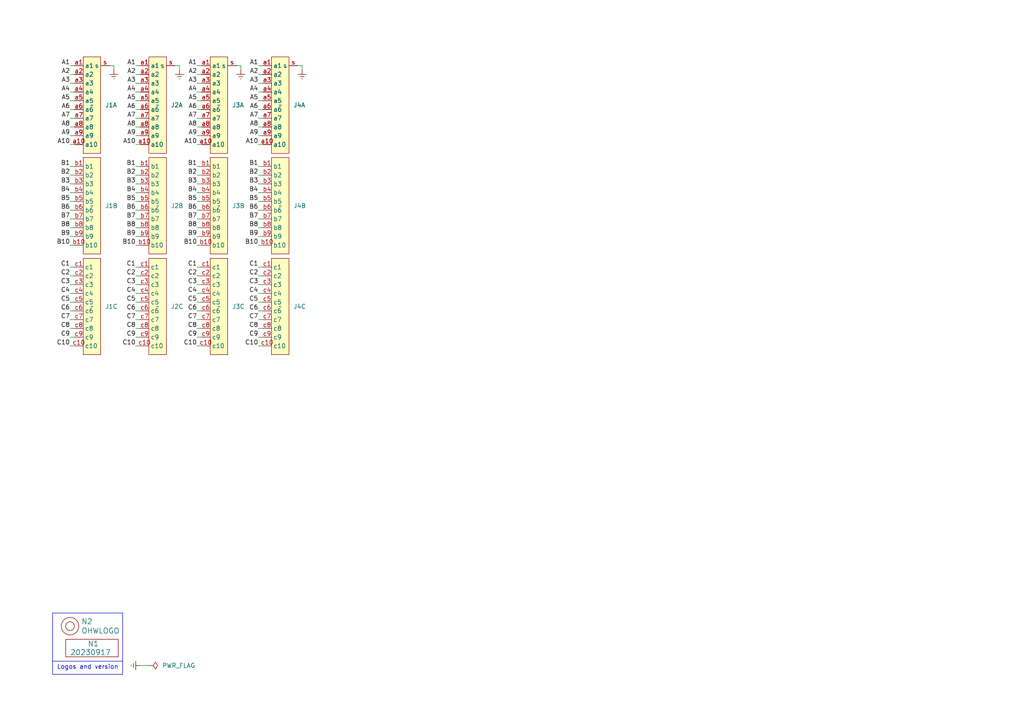
<source format=kicad_sch>
(kicad_sch (version 20230121) (generator eeschema)
  (paper "A4")
  (lib_symbols
    (symbol "SquantorConnectors:DIN41612_03x10_ABC_screws"
      (property "Reference" "J" (at 0 15.24 0))
      (symbol "DIN41612_03x10_ABC_screws_1_1"
        (rectangle (start -2.54 13.97) (end 2.54 -13.97) (fill (type background)))
        (pin passive line (at -5.08 11.43 0) (length 2.54) (name "a1") (number "a1"))
        (pin passive line (at -5.08 -11.43 0) (length 2.54) (name "a10") (number "a10"))
        (pin passive line (at -5.08 8.89 0) (length 2.54) (name "a2") (number "a2"))
        (pin passive line (at -5.08 6.35 0) (length 2.54) (name "a3") (number "a3"))
        (pin passive line (at -5.08 3.81 0) (length 2.54) (name "a4") (number "a4"))
        (pin passive line (at -5.08 1.27 0) (length 2.54) (name "a5") (number "a5"))
        (pin passive line (at -5.08 -1.27 0) (length 2.54) (name "a6") (number "a6"))
        (pin passive line (at -5.08 -3.81 0) (length 2.54) (name "a7") (number "a7"))
        (pin passive line (at -5.08 -6.35 0) (length 2.54) (name "a8") (number "a8"))
        (pin passive line (at -5.08 -8.89 0) (length 2.54) (name "a9") (number "a9"))
        (pin passive line (at 5.08 11.43 180) (length 2.54) (name "s") (number "s"))
      )
      (symbol "DIN41612_03x10_ABC_screws_2_1"
        (rectangle (start -2.54 13.97) (end 2.54 -13.97) (fill (type background)))
        (pin passive line (at -5.08 11.43 0) (length 2.54) (name "b1") (number "b1"))
        (pin passive line (at -5.08 -11.43 0) (length 2.54) (name "b10") (number "b10"))
        (pin passive line (at -5.08 8.89 0) (length 2.54) (name "b2") (number "b2"))
        (pin passive line (at -5.08 6.35 0) (length 2.54) (name "b3") (number "b3"))
        (pin passive line (at -5.08 3.81 0) (length 2.54) (name "b4") (number "b4"))
        (pin passive line (at -5.08 1.27 0) (length 2.54) (name "b5") (number "b5"))
        (pin passive line (at -5.08 -1.27 0) (length 2.54) (name "b6") (number "b6"))
        (pin passive line (at -5.08 -3.81 0) (length 2.54) (name "b7") (number "b7"))
        (pin passive line (at -5.08 -6.35 0) (length 2.54) (name "b8") (number "b8"))
        (pin passive line (at -5.08 -8.89 0) (length 2.54) (name "b9") (number "b9"))
      )
      (symbol "DIN41612_03x10_ABC_screws_3_1"
        (rectangle (start -2.54 13.97) (end 2.54 -13.97) (fill (type background)))
        (pin passive line (at -5.08 11.43 0) (length 2.54) (name "c1") (number "c1"))
        (pin passive line (at -5.08 -11.43 0) (length 2.54) (name "c10") (number "c10"))
        (pin passive line (at -5.08 8.89 0) (length 2.54) (name "c2") (number "c2"))
        (pin passive line (at -5.08 6.35 0) (length 2.54) (name "c3") (number "c3"))
        (pin passive line (at -5.08 3.81 0) (length 2.54) (name "c4") (number "c4"))
        (pin passive line (at -5.08 1.27 0) (length 2.54) (name "c5") (number "c5"))
        (pin passive line (at -5.08 -1.27 0) (length 2.54) (name "c6") (number "c6"))
        (pin passive line (at -5.08 -3.81 0) (length 2.54) (name "c7") (number "c7"))
        (pin passive line (at -5.08 -6.35 0) (length 2.54) (name "c8") (number "c8"))
        (pin passive line (at -5.08 -8.89 0) (length 2.54) (name "c9") (number "c9"))
      )
    )
    (symbol "SquantorLabels:OHWLOGO" (pin_names (offset 1.016))
      (property "Reference" "N" (at 0 3.81 0))
      (property "Value" "OHWLOGO" (at 0 -3.81 0))
      (symbol "OHWLOGO_0_1"
        (circle (center 0 0) (radius 1.27))
        (circle (center 0 0) (radius 2.54))
      )
    )
    (symbol "SquantorLabels:VYYYYMMDD" (pin_names (offset 1.016))
      (property "Reference" "N" (at 0 2.54 0))
      (property "Value" "VYYYYMMDD" (at 0 0 0))
      (symbol "VYYYYMMDD_0_1"
        (rectangle (start 7.62 -1.27) (end -7.62 3.81))
      )
    )
    (symbol "power:Earth" (power) (pin_names (offset 0))
      (symbol "Earth_0_1"
        (polyline (pts (xy -0.635 -1.905) (xy 0.635 -1.905)))
        (polyline (pts (xy -0.127 -2.54) (xy 0.127 -2.54)))
        (polyline (pts (xy 0 -1.27) (xy 0 0)))
        (polyline (pts (xy 1.27 -1.27) (xy -1.27 -1.27)))
      )
      (symbol "Earth_1_1"
        (pin power_in line (at 0 0 270) (length 0) hide (name "Earth") (number "1"))
      )
    )
    (symbol "power:PWR_FLAG" (power) (pin_numbers hide) (pin_names (offset 0) hide)
      (property "Value" "PWR_FLAG" (at 0 3.81 0))
      (symbol "PWR_FLAG_0_0"
        (pin power_out line (at 0 0 90) (length 0) (name "pwr") (number "1"))
      )
      (symbol "PWR_FLAG_0_1"
        (polyline (pts (xy 0 0) (xy 0 1.27) (xy -1.016 1.905) (xy 0 2.54) (xy 1.016 1.905) (xy 0 1.27)))
      )
    )
  )
  (wire (pts (xy 74.93 100.33) (xy 76.2 100.33)))
  (wire (pts (xy 39.37 82.55) (xy 40.64 82.55)))
  (wire (pts (xy 74.93 36.83) (xy 76.2 36.83)))
  (wire (pts (xy 74.93 80.01) (xy 76.2 80.01)))
  (wire (pts (xy 39.37 71.12) (xy 40.64 71.12)))
  (wire (pts (xy 39.37 92.71) (xy 40.64 92.71)))
  (wire (pts (xy 39.37 34.29) (xy 40.64 34.29)))
  (wire (pts (xy 20.32 77.47) (xy 21.59 77.47)))
  (wire (pts (xy 39.37 41.91) (xy 40.64 41.91)))
  (wire (pts (xy 39.37 55.88) (xy 40.64 55.88)))
  (wire (pts (xy 20.32 87.63) (xy 21.59 87.63)))
  (wire (pts (xy 20.32 71.12) (xy 21.59 71.12)))
  (wire (pts (xy 57.15 58.42) (xy 58.42 58.42)))
  (wire (pts (xy 39.37 85.09) (xy 40.64 85.09)))
  (wire (pts (xy 57.15 21.59) (xy 58.42 21.59)))
  (wire (pts (xy 20.32 24.13) (xy 21.59 24.13)))
  (wire (pts (xy 68.58 19.05) (xy 69.85 19.05)))
  (wire (pts (xy 20.32 63.5) (xy 21.59 63.5)))
  (wire (pts (xy 57.15 41.91) (xy 58.42 41.91)))
  (wire (pts (xy 20.32 50.8) (xy 21.59 50.8)))
  (wire (pts (xy 39.37 95.25) (xy 40.64 95.25)))
  (polyline (pts (xy 15.24 177.8) (xy 15.24 195.58)))
  (wire (pts (xy 57.15 48.26) (xy 58.42 48.26)))
  (wire (pts (xy 74.93 39.37) (xy 76.2 39.37)))
  (wire (pts (xy 57.15 82.55) (xy 58.42 82.55)))
  (polyline (pts (xy 35.56 177.8) (xy 15.24 177.8)))
  (wire (pts (xy 20.32 68.58) (xy 21.59 68.58)))
  (wire (pts (xy 74.93 34.29) (xy 76.2 34.29)))
  (wire (pts (xy 20.32 21.59) (xy 21.59 21.59)))
  (wire (pts (xy 57.15 92.71) (xy 58.42 92.71)))
  (wire (pts (xy 57.15 90.17) (xy 58.42 90.17)))
  (wire (pts (xy 57.15 66.04) (xy 58.42 66.04)))
  (wire (pts (xy 74.93 95.25) (xy 76.2 95.25)))
  (wire (pts (xy 74.93 29.21) (xy 76.2 29.21)))
  (wire (pts (xy 40.64 193.04) (xy 43.18 193.04)))
  (wire (pts (xy 57.15 55.88) (xy 58.42 55.88)))
  (wire (pts (xy 39.37 50.8) (xy 40.64 50.8)))
  (wire (pts (xy 57.15 50.8) (xy 58.42 50.8)))
  (wire (pts (xy 74.93 41.91) (xy 76.2 41.91)))
  (wire (pts (xy 57.15 77.47) (xy 58.42 77.47)))
  (wire (pts (xy 39.37 60.96) (xy 40.64 60.96)))
  (wire (pts (xy 20.32 53.34) (xy 21.59 53.34)))
  (wire (pts (xy 74.93 26.67) (xy 76.2 26.67)))
  (wire (pts (xy 39.37 39.37) (xy 40.64 39.37)))
  (wire (pts (xy 20.32 90.17) (xy 21.59 90.17)))
  (wire (pts (xy 39.37 31.75) (xy 40.64 31.75)))
  (wire (pts (xy 57.15 97.79) (xy 58.42 97.79)))
  (wire (pts (xy 52.07 19.05) (xy 52.07 20.32)))
  (wire (pts (xy 39.37 87.63) (xy 40.64 87.63)))
  (wire (pts (xy 20.32 82.55) (xy 21.59 82.55)))
  (wire (pts (xy 20.32 31.75) (xy 21.59 31.75)))
  (wire (pts (xy 57.15 26.67) (xy 58.42 26.67)))
  (wire (pts (xy 74.93 82.55) (xy 76.2 82.55)))
  (wire (pts (xy 39.37 58.42) (xy 40.64 58.42)))
  (wire (pts (xy 57.15 29.21) (xy 58.42 29.21)))
  (wire (pts (xy 57.15 39.37) (xy 58.42 39.37)))
  (wire (pts (xy 20.32 60.96) (xy 21.59 60.96)))
  (wire (pts (xy 57.15 36.83) (xy 58.42 36.83)))
  (wire (pts (xy 74.93 87.63) (xy 76.2 87.63)))
  (wire (pts (xy 57.15 19.05) (xy 58.42 19.05)))
  (wire (pts (xy 20.32 36.83) (xy 21.59 36.83)))
  (wire (pts (xy 33.02 19.05) (xy 33.02 20.32)))
  (wire (pts (xy 20.32 34.29) (xy 21.59 34.29)))
  (wire (pts (xy 39.37 68.58) (xy 40.64 68.58)))
  (wire (pts (xy 74.93 66.04) (xy 76.2 66.04)))
  (wire (pts (xy 39.37 19.05) (xy 40.64 19.05)))
  (wire (pts (xy 39.37 100.33) (xy 40.64 100.33)))
  (wire (pts (xy 39.37 29.21) (xy 40.64 29.21)))
  (wire (pts (xy 86.36 19.05) (xy 87.63 19.05)))
  (wire (pts (xy 20.32 66.04) (xy 21.59 66.04)))
  (wire (pts (xy 57.15 60.96) (xy 58.42 60.96)))
  (wire (pts (xy 31.75 19.05) (xy 33.02 19.05)))
  (wire (pts (xy 39.37 90.17) (xy 40.64 90.17)))
  (wire (pts (xy 20.32 29.21) (xy 21.59 29.21)))
  (wire (pts (xy 57.15 68.58) (xy 58.42 68.58)))
  (wire (pts (xy 39.37 63.5) (xy 40.64 63.5)))
  (wire (pts (xy 74.93 48.26) (xy 76.2 48.26)))
  (wire (pts (xy 74.93 97.79) (xy 76.2 97.79)))
  (wire (pts (xy 20.32 58.42) (xy 21.59 58.42)))
  (wire (pts (xy 39.37 26.67) (xy 40.64 26.67)))
  (wire (pts (xy 39.37 97.79) (xy 40.64 97.79)))
  (wire (pts (xy 57.15 24.13) (xy 58.42 24.13)))
  (wire (pts (xy 39.37 36.83) (xy 40.64 36.83)))
  (wire (pts (xy 57.15 34.29) (xy 58.42 34.29)))
  (wire (pts (xy 74.93 50.8) (xy 76.2 50.8)))
  (wire (pts (xy 57.15 63.5) (xy 58.42 63.5)))
  (wire (pts (xy 20.32 19.05) (xy 21.59 19.05)))
  (wire (pts (xy 20.32 100.33) (xy 21.59 100.33)))
  (wire (pts (xy 69.85 19.05) (xy 69.85 20.32)))
  (wire (pts (xy 74.93 92.71) (xy 76.2 92.71)))
  (wire (pts (xy 74.93 21.59) (xy 76.2 21.59)))
  (wire (pts (xy 20.32 95.25) (xy 21.59 95.25)))
  (wire (pts (xy 20.32 48.26) (xy 21.59 48.26)))
  (wire (pts (xy 74.93 24.13) (xy 76.2 24.13)))
  (wire (pts (xy 57.15 53.34) (xy 58.42 53.34)))
  (polyline (pts (xy 35.56 195.58) (xy 35.56 177.8)))
  (wire (pts (xy 39.37 80.01) (xy 40.64 80.01)))
  (polyline (pts (xy 15.24 195.58) (xy 35.56 195.58)))
  (wire (pts (xy 57.15 85.09) (xy 58.42 85.09)))
  (wire (pts (xy 39.37 77.47) (xy 40.64 77.47)))
  (wire (pts (xy 57.15 95.25) (xy 58.42 95.25)))
  (wire (pts (xy 74.93 63.5) (xy 76.2 63.5)))
  (wire (pts (xy 74.93 53.34) (xy 76.2 53.34)))
  (wire (pts (xy 57.15 87.63) (xy 58.42 87.63)))
  (wire (pts (xy 87.63 19.05) (xy 87.63 20.32)))
  (wire (pts (xy 74.93 77.47) (xy 76.2 77.47)))
  (wire (pts (xy 20.32 41.91) (xy 21.59 41.91)))
  (wire (pts (xy 74.93 55.88) (xy 76.2 55.88)))
  (wire (pts (xy 20.32 26.67) (xy 21.59 26.67)))
  (wire (pts (xy 20.32 85.09) (xy 21.59 85.09)))
  (wire (pts (xy 57.15 80.01) (xy 58.42 80.01)))
  (wire (pts (xy 20.32 39.37) (xy 21.59 39.37)))
  (wire (pts (xy 74.93 31.75) (xy 76.2 31.75)))
  (wire (pts (xy 39.37 24.13) (xy 40.64 24.13)))
  (wire (pts (xy 74.93 60.96) (xy 76.2 60.96)))
  (wire (pts (xy 50.8 19.05) (xy 52.07 19.05)))
  (wire (pts (xy 57.15 31.75) (xy 58.42 31.75)))
  (wire (pts (xy 74.93 58.42) (xy 76.2 58.42)))
  (wire (pts (xy 74.93 71.12) (xy 76.2 71.12)))
  (wire (pts (xy 39.37 66.04) (xy 40.64 66.04)))
  (wire (pts (xy 74.93 90.17) (xy 76.2 90.17)))
  (wire (pts (xy 20.32 97.79) (xy 21.59 97.79)))
  (polyline (pts (xy 15.24 191.77) (xy 35.56 191.77)))
  (wire (pts (xy 20.32 55.88) (xy 21.59 55.88)))
  (wire (pts (xy 57.15 71.12) (xy 58.42 71.12)))
  (wire (pts (xy 20.32 80.01) (xy 21.59 80.01)))
  (wire (pts (xy 74.93 85.09) (xy 76.2 85.09)))
  (wire (pts (xy 20.32 92.71) (xy 21.59 92.71)))
  (wire (pts (xy 39.37 53.34) (xy 40.64 53.34)))
  (wire (pts (xy 74.93 19.05) (xy 76.2 19.05)))
  (wire (pts (xy 57.15 100.33) (xy 58.42 100.33)))
  (wire (pts (xy 74.93 68.58) (xy 76.2 68.58)))
  (wire (pts (xy 39.37 21.59) (xy 40.64 21.59)))
  (wire (pts (xy 39.37 48.26) (xy 40.64 48.26)))
  (text "Logos and version" (at 16.51 194.31 0) (effects (font (size 1.27 1.27)) (justify left bottom)))
  (label "A7" (at 39.37 34.29 180))
  (label "C10" (at 74.93 100.33 180))
  (label "C9" (at 20.32 97.79 180))
  (label "A9" (at 57.15 39.37 180))
  (label "A3" (at 20.32 24.13 180))
  (label "C8" (at 20.32 95.25 180))
  (label "C10" (at 20.32 100.33 180))
  (label "A1" (at 20.32 19.05 180))
  (label "A8" (at 57.15 36.83 180))
  (label "B3" (at 39.37 53.34 180))
  (label "A8" (at 74.93 36.83 180))
  (label "B2" (at 39.37 50.8 180))
  (label "C7" (at 20.32 92.71 180))
  (label "A2" (at 57.15 21.59 180))
  (label "B10" (at 39.37 71.12 180))
  (label "B4" (at 39.37 55.88 180))
  (label "C10" (at 57.15 100.33 180))
  (label "A4" (at 57.15 26.67 180))
  (label "C7" (at 57.15 92.71 180))
  (label "A10" (at 39.37 41.91 180))
  (label "C1" (at 39.37 77.47 180))
  (label "C9" (at 74.93 97.79 180))
  (label "A8" (at 20.32 36.83 180))
  (label "A1" (at 74.93 19.05 180))
  (label "B1" (at 74.93 48.26 180))
  (label "B3" (at 57.15 53.34 180))
  (label "C1" (at 74.93 77.47 180))
  (label "A3" (at 74.93 24.13 180))
  (label "A6" (at 20.32 31.75 180))
  (label "A9" (at 39.37 39.37 180))
  (label "C8" (at 74.93 95.25 180))
  (label "B1" (at 20.32 48.26 180))
  (label "C9" (at 39.37 97.79 180))
  (label "C4" (at 74.93 85.09 180))
  (label "B5" (at 39.37 58.42 180))
  (label "B9" (at 74.93 68.58 180))
  (label "B7" (at 57.15 63.5 180))
  (label "B10" (at 74.93 71.12 180))
  (label "C10" (at 39.37 100.33 180))
  (label "A6" (at 39.37 31.75 180))
  (label "B6" (at 20.32 60.96 180))
  (label "C3" (at 74.93 82.55 180))
  (label "A9" (at 20.32 39.37 180))
  (label "B7" (at 20.32 63.5 180))
  (label "A10" (at 20.32 41.91 180))
  (label "C2" (at 20.32 80.01 180))
  (label "A5" (at 20.32 29.21 180))
  (label "C6" (at 20.32 90.17 180))
  (label "C7" (at 74.93 92.71 180))
  (label "C6" (at 39.37 90.17 180))
  (label "A4" (at 20.32 26.67 180))
  (label "B9" (at 20.32 68.58 180))
  (label "B9" (at 57.15 68.58 180))
  (label "A5" (at 57.15 29.21 180))
  (label "B4" (at 57.15 55.88 180))
  (label "C4" (at 57.15 85.09 180))
  (label "B4" (at 20.32 55.88 180))
  (label "B3" (at 74.93 53.34 180))
  (label "B1" (at 39.37 48.26 180))
  (label "C2" (at 57.15 80.01 180))
  (label "C5" (at 57.15 87.63 180))
  (label "B5" (at 57.15 58.42 180))
  (label "A5" (at 74.93 29.21 180))
  (label "B5" (at 20.32 58.42 180))
  (label "B2" (at 74.93 50.8 180))
  (label "A3" (at 39.37 24.13 180))
  (label "A5" (at 39.37 29.21 180))
  (label "B8" (at 57.15 66.04 180))
  (label "B10" (at 57.15 71.12 180))
  (label "C3" (at 39.37 82.55 180))
  (label "B10" (at 20.32 71.12 180))
  (label "A6" (at 74.93 31.75 180))
  (label "A6" (at 57.15 31.75 180))
  (label "C1" (at 20.32 77.47 180))
  (label "B3" (at 20.32 53.34 180))
  (label "B8" (at 74.93 66.04 180))
  (label "C4" (at 39.37 85.09 180))
  (label "C4" (at 20.32 85.09 180))
  (label "C5" (at 20.32 87.63 180))
  (label "A7" (at 57.15 34.29 180))
  (label "A10" (at 74.93 41.91 180))
  (label "C6" (at 57.15 90.17 180))
  (label "B6" (at 74.93 60.96 180))
  (label "B8" (at 20.32 66.04 180))
  (label "C6" (at 74.93 90.17 180))
  (label "C8" (at 57.15 95.25 180))
  (label "C2" (at 74.93 80.01 180))
  (label "B2" (at 57.15 50.8 180))
  (label "C2" (at 39.37 80.01 180))
  (label "C1" (at 57.15 77.47 180))
  (label "C3" (at 57.15 82.55 180))
  (label "B9" (at 39.37 68.58 180))
  (label "C5" (at 39.37 87.63 180))
  (label "A9" (at 74.93 39.37 180))
  (label "C5" (at 74.93 87.63 180))
  (label "B6" (at 39.37 60.96 180))
  (label "A4" (at 39.37 26.67 180))
  (label "A3" (at 57.15 24.13 180))
  (label "A1" (at 39.37 19.05 180))
  (label "A10" (at 57.15 41.91 180))
  (label "A4" (at 74.93 26.67 180))
  (label "B7" (at 39.37 63.5 180))
  (label "C7" (at 39.37 92.71 180))
  (label "A7" (at 20.32 34.29 180))
  (label "B8" (at 39.37 66.04 180))
  (label "B5" (at 74.93 58.42 180))
  (label "B2" (at 20.32 50.8 180))
  (label "A2" (at 20.32 21.59 180))
  (label "C8" (at 39.37 95.25 180))
  (label "A2" (at 74.93 21.59 180))
  (label "A2" (at 39.37 21.59 180))
  (label "B7" (at 74.93 63.5 180))
  (label "C9" (at 57.15 97.79 180))
  (label "B6" (at 57.15 60.96 180))
  (label "A7" (at 74.93 34.29 180))
  (label "B4" (at 74.93 55.88 180))
  (label "A1" (at 57.15 19.05 180))
  (label "B1" (at 57.15 48.26 180))
  (label "A8" (at 39.37 36.83 180))
  (label "C3" (at 20.32 82.55 180))
  (symbol (lib_id "SquantorLabels:VYYYYMMDD") (at 26.67 189.23 0) (unit 1)
    (property "Reference" "N1" (at 25.4 186.69 0) (effects (font (size 1.524 1.524)) (justify left)))
    (property "Value" "20230917" (at 20.32 189.23 0) (effects (font (size 1.524 1.524)) (justify left)))
    (property "Footprint" "SquantorLabels:Label_Generic" (effects hide))
  )
  (symbol (lib_id "SquantorLabels:OHWLOGO") (at 20.32 181.61 0) (unit 1)
    (property "Reference" "N2" (at 23.5712 180.2638 0) (effects (font (size 1.524 1.524)) (justify left)))
    (property "Value" "OHWLOGO" (at 23.5712 182.9562 0) (effects (font (size 1.524 1.524)) (justify left)))
    (property "Footprint" "Symbol:OSHW-Symbol_6.7x6mm_SilkScreen" (effects hide))
  )
  (symbol (lib_id "SquantorConnectors:DIN41612_03x10_ABC_screws") (at 26.67 30.48 0) (unit 1)
    (property "Reference" "J1" (at 30.48 30.48 0) (effects (justify left)))
    (property "Value" "~" (at 26.67 30.48 0))
    (property "Footprint" "SquantorConnectors:DIN41612_C3_3x10_Female_Vertical_THT_shields" (effects hide))
  )
  (symbol (lib_id "SquantorConnectors:DIN41612_03x10_ABC_screws") (at 26.67 59.69 0) (unit 2)
    (property "Reference" "J1" (at 30.48 59.69 0) (effects (justify left)))
    (property "Value" "~" (at 26.67 59.69 0))
    (property "Footprint" "SquantorConnectors:DIN41612_C3_3x10_Female_Vertical_THT_shields" (effects hide))
  )
  (symbol (lib_id "SquantorConnectors:DIN41612_03x10_ABC_screws") (at 26.67 88.9 0) (unit 3)
    (property "Reference" "J1" (at 30.48 88.9 0) (effects (justify left)))
    (property "Value" "~" (at 26.67 88.9 0))
    (property "Footprint" "SquantorConnectors:DIN41612_C3_3x10_Female_Vertical_THT_shields" (effects hide))
  )
  (symbol (lib_id "power:Earth") (at 33.02 20.32 0) (unit 1)
    (property "Reference" "#PWR02" (effects hide))
    (property "Value" "Earth" (effects hide))
  )
  (symbol (lib_id "SquantorConnectors:DIN41612_03x10_ABC_screws") (at 81.28 88.9 0) (unit 3)
    (property "Reference" "J4" (at 85.09 88.9 0) (effects (justify left)))
    (property "Value" "~" (at 81.28 88.9 0))
    (property "Footprint" "SquantorConnectors:DIN41612_C3_3x10_Female_Vertical_THT_shields" (effects hide))
  )
  (symbol (lib_id "SquantorConnectors:DIN41612_03x10_ABC_screws") (at 63.5 30.48 0) (unit 1)
    (property "Reference" "J3" (at 67.31 30.48 0) (effects (justify left)))
    (property "Value" "~" (at 63.5 30.48 0))
    (property "Footprint" "SquantorConnectors:DIN41612_C3_3x10_Female_Vertical_THT_shields" (effects hide))
  )
  (symbol (lib_id "power:Earth") (at 40.64 193.04 270) (unit 1)
    (property "Reference" "#PWR01" (effects hide))
    (property "Value" "Earth" (effects hide))
  )
  (symbol (lib_id "SquantorConnectors:DIN41612_03x10_ABC_screws") (at 45.72 59.69 0) (unit 2)
    (property "Reference" "J2" (at 49.53 59.69 0) (effects (justify left)))
    (property "Value" "~" (at 45.72 59.69 0))
    (property "Footprint" "SquantorConnectors:DIN41612_C3_3x10_Female_Vertical_THT_shields" (effects hide))
  )
  (symbol (lib_id "power:PWR_FLAG") (at 43.18 193.04 270) (unit 1)
    (property "Reference" "#FLG01" (effects hide))
    (property "Value" "PWR_FLAG" (at 46.99 193.04 90) (effects (justify left)))
  )
  (symbol (lib_id "SquantorConnectors:DIN41612_03x10_ABC_screws") (at 45.72 30.48 0) (unit 1)
    (property "Reference" "J2" (at 49.53 30.48 0) (effects (justify left)))
    (property "Value" "~" (at 45.72 30.48 0))
    (property "Footprint" "SquantorConnectors:DIN41612_C3_3x10_Female_Vertical_THT_shields" (effects hide))
  )
  (symbol (lib_id "SquantorConnectors:DIN41612_03x10_ABC_screws") (at 63.5 59.69 0) (unit 2)
    (property "Reference" "J3" (at 67.31 59.69 0) (effects (justify left)))
    (property "Value" "~" (at 63.5 59.69 0))
    (property "Footprint" "SquantorConnectors:DIN41612_C3_3x10_Female_Vertical_THT_shields" (effects hide))
  )
  (symbol (lib_id "SquantorConnectors:DIN41612_03x10_ABC_screws") (at 81.28 59.69 0) (unit 2)
    (property "Reference" "J4" (at 85.09 59.69 0) (effects (justify left)))
    (property "Value" "~" (at 81.28 59.69 0))
    (property "Footprint" "SquantorConnectors:DIN41612_C3_3x10_Female_Vertical_THT_shields" (effects hide))
  )
  (symbol (lib_id "power:Earth") (at 69.85 20.32 0) (unit 1)
    (property "Reference" "#PWR04" (effects hide))
    (property "Value" "Earth" (effects hide))
  )
  (symbol (lib_id "SquantorConnectors:DIN41612_03x10_ABC_screws") (at 63.5 88.9 0) (unit 3)
    (property "Reference" "J3" (at 67.31 88.9 0) (effects (justify left)))
    (property "Value" "~" (at 63.5 88.9 0))
    (property "Footprint" "SquantorConnectors:DIN41612_C3_3x10_Female_Vertical_THT_shields" (effects hide))
  )
  (symbol (lib_id "power:Earth") (at 52.07 20.32 0) (unit 1)
    (property "Reference" "#PWR03" (effects hide))
    (property "Value" "Earth" (effects hide))
  )
  (symbol (lib_id "SquantorConnectors:DIN41612_03x10_ABC_screws") (at 45.72 88.9 0) (unit 3)
    (property "Reference" "J2" (at 49.53 88.9 0) (effects (justify left)))
    (property "Value" "~" (at 45.72 88.9 0))
    (property "Footprint" "SquantorConnectors:DIN41612_C3_3x10_Female_Vertical_THT_shields" (effects hide))
  )
  (symbol (lib_id "power:Earth") (at 87.63 20.32 0) (unit 1)
    (property "Reference" "#PWR05" (effects hide))
    (property "Value" "Earth" (effects hide))
  )
  (symbol (lib_id "SquantorConnectors:DIN41612_03x10_ABC_screws") (at 81.28 30.48 0) (unit 1)
    (property "Reference" "J4" (at 85.09 30.48 0) (effects (justify left)))
    (property "Value" "~" (at 81.28 30.48 0))
    (property "Footprint" "SquantorConnectors:DIN41612_C3_3x10_Female_Vertical_THT_shields" (effects hide))
  )
)
</source>
